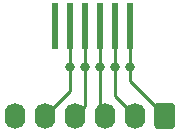
<source format=gbr>
%TF.GenerationSoftware,KiCad,Pcbnew,5.1.9+dfsg1-1*%
%TF.CreationDate,2021-12-22T14:06:06+01:00*%
%TF.ProjectId,adapter,61646170-7465-4722-9e6b-696361645f70,rev?*%
%TF.SameCoordinates,Original*%
%TF.FileFunction,Copper,L1,Top*%
%TF.FilePolarity,Positive*%
%FSLAX46Y46*%
G04 Gerber Fmt 4.6, Leading zero omitted, Abs format (unit mm)*
G04 Created by KiCad (PCBNEW 5.1.9+dfsg1-1) date 2021-12-22 14:06:06*
%MOMM*%
%LPD*%
G01*
G04 APERTURE LIST*
%TA.AperFunction,ComponentPad*%
%ADD10O,1.740000X2.190000*%
%TD*%
%TA.AperFunction,ConnectorPad*%
%ADD11R,0.560000X4.000000*%
%TD*%
%TA.AperFunction,ViaPad*%
%ADD12C,0.800000*%
%TD*%
%TA.AperFunction,Conductor*%
%ADD13C,0.250000*%
%TD*%
G04 APERTURE END LIST*
%TO.P,J1,1*%
%TO.N,Net-(J1-Pad1)*%
%TA.AperFunction,ComponentPad*%
G36*
G01*
X141586000Y-51224999D02*
X141586000Y-52915001D01*
G75*
G02*
X141336001Y-53165000I-249999J0D01*
G01*
X140095999Y-53165000D01*
G75*
G02*
X139846000Y-52915001I0J249999D01*
G01*
X139846000Y-51224999D01*
G75*
G02*
X140095999Y-50975000I249999J0D01*
G01*
X141336001Y-50975000D01*
G75*
G02*
X141586000Y-51224999I0J-249999D01*
G01*
G37*
%TD.AperFunction*%
D10*
%TO.P,J1,2*%
%TO.N,Net-(J1-Pad2)*%
X138176000Y-52070000D03*
%TO.P,J1,3*%
%TO.N,Net-(J1-Pad3)*%
X135636000Y-52070000D03*
%TO.P,J1,4*%
%TO.N,Net-(J1-Pad4)*%
X133096000Y-52070000D03*
%TO.P,J1,5*%
%TO.N,Net-(J1-Pad5)*%
X130556000Y-52070000D03*
%TO.P,J1,6*%
%TO.N,Net-(J1-Pad6)*%
X128016000Y-52070000D03*
%TD*%
D11*
%TO.P,J2,3*%
%TO.N,Net-(J1-Pad2)*%
X136515000Y-44490000D03*
%TO.P,J2,1*%
%TO.N,Net-(J1-Pad1)*%
X137785000Y-44490000D03*
%TO.P,J2,5*%
%TO.N,Net-(J1-Pad3)*%
X135245000Y-44490000D03*
%TO.P,J2,9*%
%TO.N,Net-(J1-Pad5)*%
X132705000Y-44490000D03*
%TO.P,J2,11*%
%TO.N,Net-(J2-Pad11)*%
X131435000Y-44490000D03*
%TO.P,J2,7*%
%TO.N,Net-(J1-Pad4)*%
X133975000Y-44490000D03*
%TD*%
D12*
%TO.N,Net-(J1-Pad1)*%
X137785000Y-47889000D03*
%TO.N,Net-(J1-Pad2)*%
X136515000Y-47889000D03*
%TO.N,Net-(J1-Pad3)*%
X135245000Y-47889000D03*
%TO.N,Net-(J1-Pad4)*%
X133975000Y-47889000D03*
%TO.N,Net-(J1-Pad5)*%
X132705000Y-47889000D03*
%TD*%
D13*
%TO.N,Net-(J1-Pad1)*%
X137785000Y-49139000D02*
X140716000Y-52070000D01*
X137785000Y-44490000D02*
X137785000Y-47889000D01*
X137785000Y-47889000D02*
X137785000Y-49139000D01*
%TO.N,Net-(J1-Pad2)*%
X136515000Y-50409000D02*
X138176000Y-52070000D01*
X136515000Y-44490000D02*
X136515000Y-47889000D01*
X136515000Y-47889000D02*
X136515000Y-50409000D01*
%TO.N,Net-(J1-Pad3)*%
X135245000Y-51679000D02*
X135636000Y-52070000D01*
X135245000Y-44490000D02*
X135245000Y-47889000D01*
X135245000Y-47889000D02*
X135245000Y-51679000D01*
%TO.N,Net-(J1-Pad4)*%
X133975000Y-51191000D02*
X133096000Y-52070000D01*
X133975000Y-44490000D02*
X133975000Y-47889000D01*
X133975000Y-47889000D02*
X133975000Y-51191000D01*
%TO.N,Net-(J1-Pad5)*%
X132705000Y-49921000D02*
X130556000Y-52070000D01*
X132705000Y-44490000D02*
X132705000Y-47889000D01*
X132705000Y-47889000D02*
X132705000Y-49921000D01*
%TD*%
M02*

</source>
